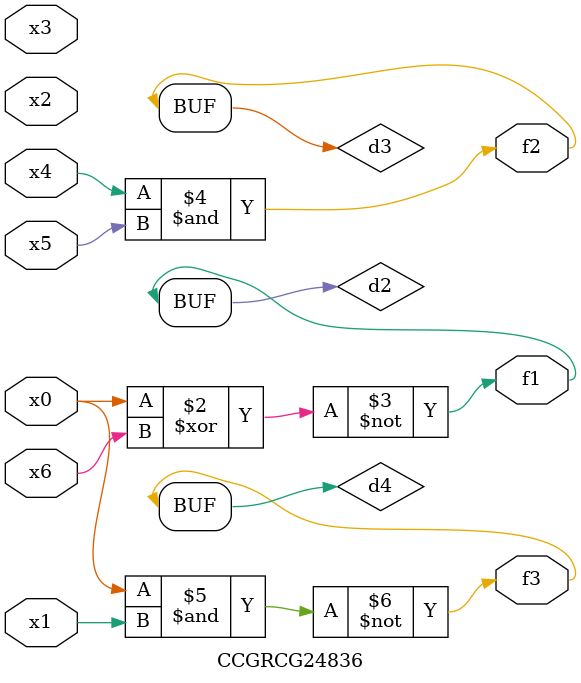
<source format=v>
module CCGRCG24836(
	input x0, x1, x2, x3, x4, x5, x6,
	output f1, f2, f3
);

	wire d1, d2, d3, d4;

	nor (d1, x0);
	xnor (d2, x0, x6);
	and (d3, x4, x5);
	nand (d4, x0, x1);
	assign f1 = d2;
	assign f2 = d3;
	assign f3 = d4;
endmodule

</source>
